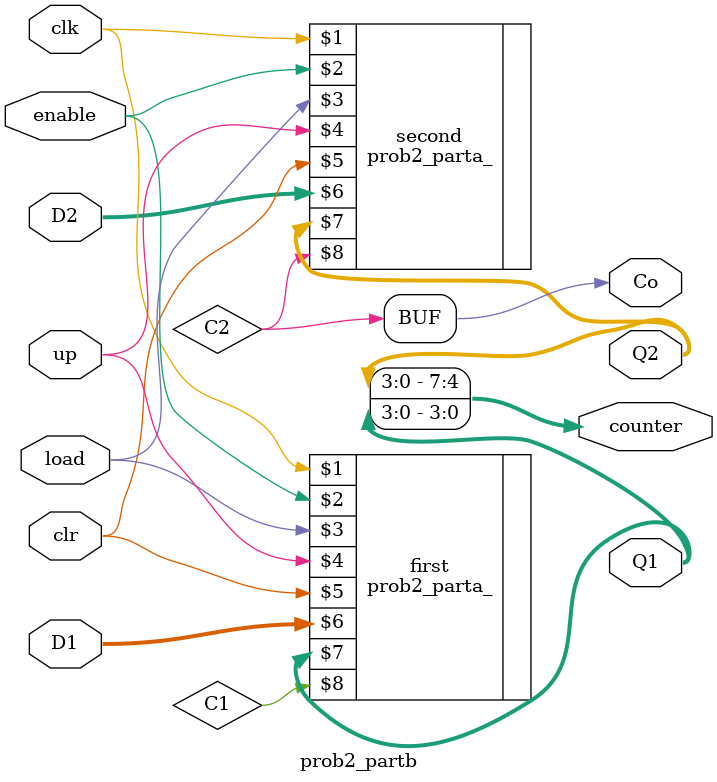
<source format=v>
`timescale 1ns / 1ps


module prob2_partb(clk,enable,load,up,clr,D1,D2,Q1,Q2,Co,counter);

    input[3:0] D1;
    input[3:0] D2;
    
    input clk,enable,load,up,clr;
    
    output [7:0] counter;
    output Co;
    
    output wire[3:0] Q1,Q2;
    wire C1,C2;
    
    prob2_parta_ first(clk,enable,load,up,clr,D1,Q1,C1);
    prob2_parta_ second(clk,enable,load,up,clr,D2,Q2,C2);
    
    assign counter = {Q2, Q1};
    assign Co = C2;
    
endmodule

</source>
